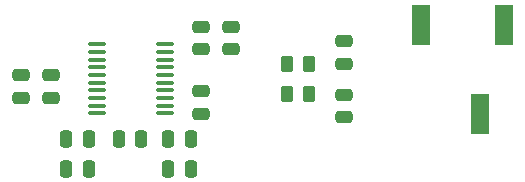
<source format=gbr>
%TF.GenerationSoftware,KiCad,Pcbnew,7.0.9*%
%TF.CreationDate,2023-12-17T12:43:31-08:00*%
%TF.ProjectId,bt_aux,62745f61-7578-42e6-9b69-6361645f7063,rev?*%
%TF.SameCoordinates,Original*%
%TF.FileFunction,Paste,Top*%
%TF.FilePolarity,Positive*%
%FSLAX46Y46*%
G04 Gerber Fmt 4.6, Leading zero omitted, Abs format (unit mm)*
G04 Created by KiCad (PCBNEW 7.0.9) date 2023-12-17 12:43:31*
%MOMM*%
%LPD*%
G01*
G04 APERTURE LIST*
G04 Aperture macros list*
%AMRoundRect*
0 Rectangle with rounded corners*
0 $1 Rounding radius*
0 $2 $3 $4 $5 $6 $7 $8 $9 X,Y pos of 4 corners*
0 Add a 4 corners polygon primitive as box body*
4,1,4,$2,$3,$4,$5,$6,$7,$8,$9,$2,$3,0*
0 Add four circle primitives for the rounded corners*
1,1,$1+$1,$2,$3*
1,1,$1+$1,$4,$5*
1,1,$1+$1,$6,$7*
1,1,$1+$1,$8,$9*
0 Add four rect primitives between the rounded corners*
20,1,$1+$1,$2,$3,$4,$5,0*
20,1,$1+$1,$4,$5,$6,$7,0*
20,1,$1+$1,$6,$7,$8,$9,0*
20,1,$1+$1,$8,$9,$2,$3,0*%
G04 Aperture macros list end*
%ADD10RoundRect,0.250000X0.475000X-0.250000X0.475000X0.250000X-0.475000X0.250000X-0.475000X-0.250000X0*%
%ADD11RoundRect,0.250000X-0.475000X0.250000X-0.475000X-0.250000X0.475000X-0.250000X0.475000X0.250000X0*%
%ADD12R,1.500000X3.500000*%
%ADD13RoundRect,0.250000X-0.262500X-0.450000X0.262500X-0.450000X0.262500X0.450000X-0.262500X0.450000X0*%
%ADD14RoundRect,0.250000X0.250000X0.475000X-0.250000X0.475000X-0.250000X-0.475000X0.250000X-0.475000X0*%
%ADD15RoundRect,0.250000X-0.250000X-0.475000X0.250000X-0.475000X0.250000X0.475000X-0.250000X0.475000X0*%
%ADD16RoundRect,0.100000X0.637500X0.100000X-0.637500X0.100000X-0.637500X-0.100000X0.637500X-0.100000X0*%
G04 APERTURE END LIST*
D10*
%TO.C,C8*%
X153035000Y-102820000D03*
X153035000Y-100920000D03*
%TD*%
D11*
%TO.C,C13*%
X140970000Y-105156000D03*
X140970000Y-107056000D03*
%TD*%
D12*
%TO.C,J3*%
X164592000Y-107060000D03*
X166592000Y-99560000D03*
X159592000Y-99560000D03*
%TD*%
D13*
%TO.C,R1*%
X148275000Y-105410000D03*
X150100000Y-105410000D03*
%TD*%
D14*
%TO.C,C15*%
X131445000Y-111760000D03*
X129545000Y-111760000D03*
%TD*%
D10*
%TO.C,C10*%
X125730000Y-105735000D03*
X125730000Y-103835000D03*
%TD*%
D15*
%TO.C,C17*%
X138176000Y-111760000D03*
X140076000Y-111760000D03*
%TD*%
D11*
%TO.C,C7*%
X153035000Y-105460000D03*
X153035000Y-107360000D03*
%TD*%
D10*
%TO.C,C12*%
X143510000Y-101600000D03*
X143510000Y-99700000D03*
%TD*%
%TO.C,C11*%
X140970000Y-101600000D03*
X140970000Y-99700000D03*
%TD*%
D16*
%TO.C,U1*%
X137912500Y-107035000D03*
X137912500Y-106385000D03*
X137912500Y-105735000D03*
X137912500Y-105085000D03*
X137912500Y-104435000D03*
X137912500Y-103785000D03*
X137912500Y-103135000D03*
X137912500Y-102485000D03*
X137912500Y-101835000D03*
X137912500Y-101185000D03*
X132187500Y-101185000D03*
X132187500Y-101835000D03*
X132187500Y-102485000D03*
X132187500Y-103135000D03*
X132187500Y-103785000D03*
X132187500Y-104435000D03*
X132187500Y-105085000D03*
X132187500Y-105735000D03*
X132187500Y-106385000D03*
X132187500Y-107035000D03*
%TD*%
D14*
%TO.C,C14*%
X131445000Y-109220000D03*
X129545000Y-109220000D03*
%TD*%
D13*
%TO.C,R2*%
X148275000Y-102870000D03*
X150100000Y-102870000D03*
%TD*%
D14*
%TO.C,C18*%
X135890000Y-109220000D03*
X133990000Y-109220000D03*
%TD*%
D15*
%TO.C,C16*%
X138176000Y-109220000D03*
X140076000Y-109220000D03*
%TD*%
D10*
%TO.C,C9*%
X128270000Y-105735000D03*
X128270000Y-103835000D03*
%TD*%
M02*

</source>
